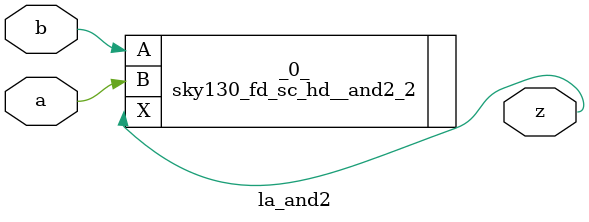
<source format=v>

module la_and2(a, b, z);
  input a;
  input b;
  output z;
  sky130_fd_sc_hd__and2_2 _0_ (
    .A(b),
    .B(a),
    .X(z)
  );
endmodule

</source>
